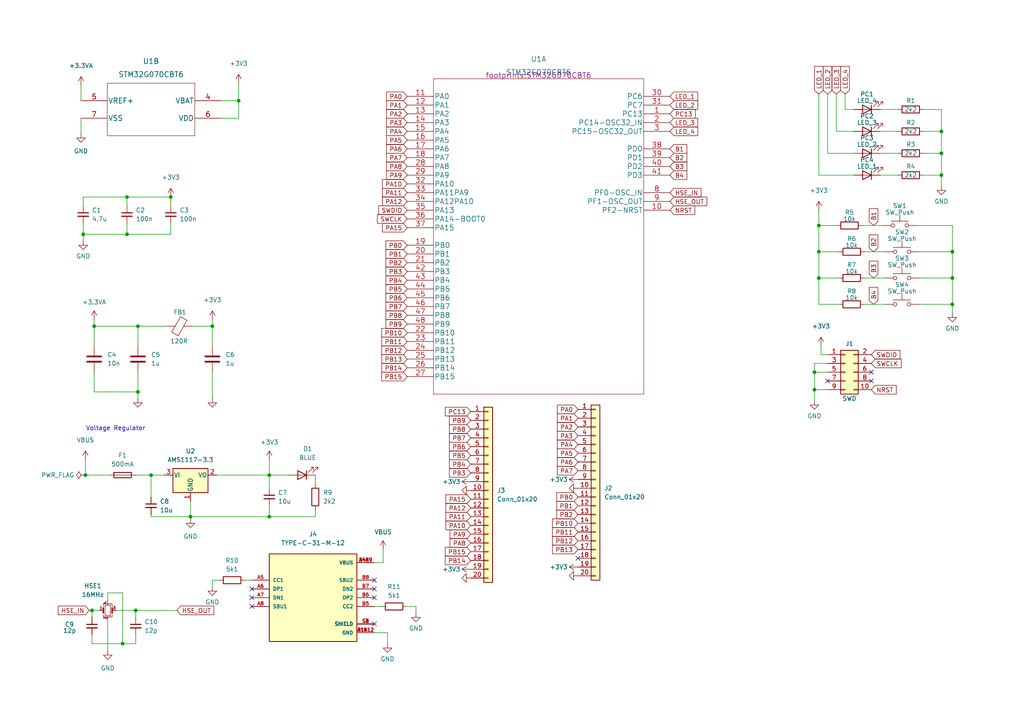
<source format=kicad_sch>
(kicad_sch (version 20211123) (generator eeschema)
  (paper "A4")
  (lib_symbols
    (symbol "2022-08-24_04-41-37:STM32G070CBT6" (pin_names (offset 0.254))
      (property "Reference" "U" (at 38.1 10.16 0))
      (property "Value" "STM32G070CBT6" (at 38.1 7.62 0))
      (symbol "STM32G070CBT6_1_1"
        (polyline (pts (xy 7.62 -86.36) (xy 68.58 -86.36)) (stroke (width 0.127)))
        (polyline (pts (xy 7.62 5.08) (xy 7.62 -86.36)) (stroke (width 0.127)))
        (polyline (pts (xy 68.58 -86.36) (xy 68.58 5.08)) (stroke (width 0.127)))
        (polyline (pts (xy 68.58 5.08) (xy 7.62 5.08)) (stroke (width 0.127)))
        (pin bidirectional line (at 76.2 -5.08 180) (length 7.62) (name "PC13") (number "1"))
        (pin bidirectional line (at 76.2 -33.02 180) (length 7.62) (name "PF2-NRST") (number "10"))
        (pin bidirectional line (at 0 0 0) (length 7.62) (name "PA0") (number "11"))
        (pin bidirectional line (at 0 -2.54 0) (length 7.62) (name "PA1") (number "12"))
        (pin bidirectional line (at 0 -5.08 0) (length 7.62) (name "PA2") (number "13"))
        (pin bidirectional line (at 0 -7.62 0) (length 7.62) (name "PA3") (number "14"))
        (pin bidirectional line (at 0 -10.16 0) (length 7.62) (name "PA4") (number "15"))
        (pin bidirectional line (at 0 -12.7 0) (length 7.62) (name "PA5") (number "16"))
        (pin bidirectional line (at 0 -15.24 0) (length 7.62) (name "PA6") (number "17"))
        (pin bidirectional line (at 0 -17.78 0) (length 7.62) (name "PA7") (number "18"))
        (pin bidirectional line (at 0 -43.18 0) (length 7.62) (name "PB0") (number "19"))
        (pin bidirectional line (at 76.2 -7.62 180) (length 7.62) (name "PC14-OSC32_IN") (number "2"))
        (pin bidirectional line (at 0 -45.72 0) (length 7.62) (name "PB1") (number "20"))
        (pin bidirectional line (at 0 -48.26 0) (length 7.62) (name "PB2") (number "21"))
        (pin bidirectional line (at 0 -68.58 0) (length 7.62) (name "PB10") (number "22"))
        (pin bidirectional line (at 0 -71.12 0) (length 7.62) (name "PB11") (number "23"))
        (pin bidirectional line (at 0 -73.66 0) (length 7.62) (name "PB12") (number "24"))
        (pin bidirectional line (at 0 -76.2 0) (length 7.62) (name "PB13") (number "25"))
        (pin bidirectional line (at 0 -78.74 0) (length 7.62) (name "PB14") (number "26"))
        (pin bidirectional line (at 0 -81.28 0) (length 7.62) (name "PB15") (number "27"))
        (pin bidirectional line (at 0 -20.32 0) (length 7.62) (name "PA8") (number "28"))
        (pin bidirectional line (at 0 -22.86 0) (length 7.62) (name "PA9") (number "29"))
        (pin bidirectional line (at 76.2 -10.16 180) (length 7.62) (name "PC15-OSC32_OUT") (number "3"))
        (pin bidirectional line (at 76.2 0 180) (length 7.62) (name "PC6") (number "30"))
        (pin bidirectional line (at 76.2 -2.54 180) (length 7.62) (name "PC7") (number "31"))
        (pin bidirectional line (at 0 -25.4 0) (length 7.62) (name "PA10") (number "32"))
        (pin bidirectional line (at 0 -27.94 0) (length 7.62) (name "PA11PA9") (number "33"))
        (pin bidirectional line (at 0 -30.48 0) (length 7.62) (name "PA12PA10") (number "34"))
        (pin bidirectional line (at 0 -33.02 0) (length 7.62) (name "PA13") (number "35"))
        (pin bidirectional line (at 0 -35.56 0) (length 7.62) (name "PA14-BOOT0") (number "36"))
        (pin bidirectional line (at 0 -38.1 0) (length 7.62) (name "PA15") (number "37"))
        (pin bidirectional line (at 76.2 -15.24 180) (length 7.62) (name "PD0") (number "38"))
        (pin bidirectional line (at 76.2 -17.78 180) (length 7.62) (name "PD1") (number "39"))
        (pin bidirectional line (at 76.2 -20.32 180) (length 7.62) (name "PD2") (number "40"))
        (pin bidirectional line (at 76.2 -22.86 180) (length 7.62) (name "PD3") (number "41"))
        (pin bidirectional line (at 0 -50.8 0) (length 7.62) (name "PB3") (number "42"))
        (pin bidirectional line (at 0 -53.34 0) (length 7.62) (name "PB4") (number "43"))
        (pin bidirectional line (at 0 -55.88 0) (length 7.62) (name "PB5") (number "44"))
        (pin bidirectional line (at 0 -58.42 0) (length 7.62) (name "PB6") (number "45"))
        (pin bidirectional line (at 0 -60.96 0) (length 7.62) (name "PB7") (number "46"))
        (pin bidirectional line (at 0 -63.5 0) (length 7.62) (name "PB8") (number "47"))
        (pin bidirectional line (at 0 -66.04 0) (length 7.62) (name "PB9") (number "48"))
        (pin bidirectional line (at 76.2 -27.94 180) (length 7.62) (name "PF0-OSC_IN") (number "8"))
        (pin bidirectional line (at 76.2 -30.48 180) (length 7.62) (name "PF1-OSC_OUT") (number "9"))
      )
      (symbol "STM32G070CBT6_2_1"
        (polyline (pts (xy 7.62 -10.16) (xy 33.02 -10.16)) (stroke (width 0.127)))
        (polyline (pts (xy 7.62 5.08) (xy 7.62 -10.16)) (stroke (width 0.127)))
        (polyline (pts (xy 33.02 -10.16) (xy 33.02 5.08)) (stroke (width 0.127)))
        (polyline (pts (xy 33.02 5.08) (xy 7.62 5.08)) (stroke (width 0.127)))
        (pin power_in line (at 40.64 0 180) (length 7.62) (name "VBAT") (number "4"))
        (pin power_in line (at 0 0 0) (length 7.62) (name "VREF+") (number "5"))
        (pin power_in line (at 40.64 -5.08 180) (length 7.62) (name "VDD") (number "6"))
        (pin power_in line (at 0 -5.08 0) (length 7.62) (name "VSS") (number "7"))
      )
    )
    (symbol "Connector_Generic:Conn_01x20" (pin_names (offset 1.016) hide)
      (property "Reference" "J" (at 0 25.4 0))
      (property "Value" "Conn_01x20" (at 0 -27.94 0))
      (symbol "Conn_01x20_1_1"
        (rectangle (start -1.27 -25.273) (end 0 -25.527) (stroke (width 0.1524)))
        (rectangle (start -1.27 -22.733) (end 0 -22.987) (stroke (width 0.1524)))
        (rectangle (start -1.27 -20.193) (end 0 -20.447) (stroke (width 0.1524)))
        (rectangle (start -1.27 -17.653) (end 0 -17.907) (stroke (width 0.1524)))
        (rectangle (start -1.27 -15.113) (end 0 -15.367) (stroke (width 0.1524)))
        (rectangle (start -1.27 -12.573) (end 0 -12.827) (stroke (width 0.1524)))
        (rectangle (start -1.27 -10.033) (end 0 -10.287) (stroke (width 0.1524)))
        (rectangle (start -1.27 -7.493) (end 0 -7.747) (stroke (width 0.1524)))
        (rectangle (start -1.27 -4.953) (end 0 -5.207) (stroke (width 0.1524)))
        (rectangle (start -1.27 -2.413) (end 0 -2.667) (stroke (width 0.1524)))
        (rectangle (start -1.27 0.127) (end 0 -0.127) (stroke (width 0.1524)))
        (rectangle (start -1.27 2.667) (end 0 2.413) (stroke (width 0.1524)))
        (rectangle (start -1.27 5.207) (end 0 4.953) (stroke (width 0.1524)))
        (rectangle (start -1.27 7.747) (end 0 7.493) (stroke (width 0.1524)))
        (rectangle (start -1.27 10.287) (end 0 10.033) (stroke (width 0.1524)))
        (rectangle (start -1.27 12.827) (end 0 12.573) (stroke (width 0.1524)))
        (rectangle (start -1.27 15.367) (end 0 15.113) (stroke (width 0.1524)))
        (rectangle (start -1.27 17.907) (end 0 17.653) (stroke (width 0.1524)))
        (rectangle (start -1.27 20.447) (end 0 20.193) (stroke (width 0.1524)))
        (rectangle (start -1.27 22.987) (end 0 22.733) (stroke (width 0.1524)))
        (rectangle (start -1.27 24.13) (end 1.27 -26.67) (stroke (width 0.254)) (fill (type background)))
        (pin passive line (at -5.08 22.86 0) (length 3.81) (name "Pin_1") (number "1"))
        (pin passive line (at -5.08 0 0) (length 3.81) (name "Pin_10") (number "10"))
        (pin passive line (at -5.08 -2.54 0) (length 3.81) (name "Pin_11") (number "11"))
        (pin passive line (at -5.08 -5.08 0) (length 3.81) (name "Pin_12") (number "12"))
        (pin passive line (at -5.08 -7.62 0) (length 3.81) (name "Pin_13") (number "13"))
        (pin passive line (at -5.08 -10.16 0) (length 3.81) (name "Pin_14") (number "14"))
        (pin passive line (at -5.08 -12.7 0) (length 3.81) (name "Pin_15") (number "15"))
        (pin passive line (at -5.08 -15.24 0) (length 3.81) (name "Pin_16") (number "16"))
        (pin passive line (at -5.08 -17.78 0) (length 3.81) (name "Pin_17") (number "17"))
        (pin passive line (at -5.08 -20.32 0) (length 3.81) (name "Pin_18") (number "18"))
        (pin passive line (at -5.08 -22.86 0) (length 3.81) (name "Pin_19") (number "19"))
        (pin passive line (at -5.08 20.32 0) (length 3.81) (name "Pin_2") (number "2"))
        (pin passive line (at -5.08 -25.4 0) (length 3.81) (name "Pin_20") (number "20"))
        (pin passive line (at -5.08 17.78 0) (length 3.81) (name "Pin_3") (number "3"))
        (pin passive line (at -5.08 15.24 0) (length 3.81) (name "Pin_4") (number "4"))
        (pin passive line (at -5.08 12.7 0) (length 3.81) (name "Pin_5") (number "5"))
        (pin passive line (at -5.08 10.16 0) (length 3.81) (name "Pin_6") (number "6"))
        (pin passive line (at -5.08 7.62 0) (length 3.81) (name "Pin_7") (number "7"))
        (pin passive line (at -5.08 5.08 0) (length 3.81) (name "Pin_8") (number "8"))
        (pin passive line (at -5.08 2.54 0) (length 3.81) (name "Pin_9") (number "9"))
      )
    )
    (symbol "Connector_Generic:Conn_02x05_Odd_Even" (pin_names (offset 1.016) hide)
      (property "Reference" "J" (at 1.27 7.62 0))
      (property "Value" "Conn_02x05_Odd_Even" (at 1.27 -7.62 0))
      (symbol "Conn_02x05_Odd_Even_1_1"
        (rectangle (start -1.27 -4.953) (end 0 -5.207) (stroke (width 0.1524)))
        (rectangle (start -1.27 -2.413) (end 0 -2.667) (stroke (width 0.1524)))
        (rectangle (start -1.27 0.127) (end 0 -0.127) (stroke (width 0.1524)))
        (rectangle (start -1.27 2.667) (end 0 2.413) (stroke (width 0.1524)))
        (rectangle (start -1.27 5.207) (end 0 4.953) (stroke (width 0.1524)))
        (rectangle (start -1.27 6.35) (end 3.81 -6.35) (stroke (width 0.254)) (fill (type background)))
        (rectangle (start 3.81 -4.953) (end 2.54 -5.207) (stroke (width 0.1524)))
        (rectangle (start 3.81 -2.413) (end 2.54 -2.667) (stroke (width 0.1524)))
        (rectangle (start 3.81 0.127) (end 2.54 -0.127) (stroke (width 0.1524)))
        (rectangle (start 3.81 2.667) (end 2.54 2.413) (stroke (width 0.1524)))
        (rectangle (start 3.81 5.207) (end 2.54 4.953) (stroke (width 0.1524)))
        (pin passive line (at -5.08 5.08 0) (length 3.81) (name "Pin_1") (number "1"))
        (pin passive line (at 7.62 -5.08 180) (length 3.81) (name "Pin_10") (number "10"))
        (pin passive line (at 7.62 5.08 180) (length 3.81) (name "Pin_2") (number "2"))
        (pin passive line (at -5.08 2.54 0) (length 3.81) (name "Pin_3") (number "3"))
        (pin passive line (at 7.62 2.54 180) (length 3.81) (name "Pin_4") (number "4"))
        (pin passive line (at -5.08 0 0) (length 3.81) (name "Pin_5") (number "5"))
        (pin passive line (at 7.62 0 180) (length 3.81) (name "Pin_6") (number "6"))
        (pin passive line (at -5.08 -2.54 0) (length 3.81) (name "Pin_7") (number "7"))
        (pin passive line (at 7.62 -2.54 180) (length 3.81) (name "Pin_8") (number "8"))
        (pin passive line (at -5.08 -5.08 0) (length 3.81) (name "Pin_9") (number "9"))
      )
    )
    (symbol "Device:C" (pin_numbers hide) (pin_names (offset 0.254))
      (property "Reference" "C" (at 0.635 2.54 0))
      (property "Value" "C" (at 0.635 -2.54 0))
      (symbol "C_0_1"
        (polyline (pts (xy -2.032 -0.762) (xy 2.032 -0.762)) (stroke (width 0.508)))
        (polyline (pts (xy -2.032 0.762) (xy 2.032 0.762)) (stroke (width 0.508)))
      )
      (symbol "C_1_1"
        (pin passive line (at 0 3.81 270) (length 2.794) (name "~") (number "1"))
        (pin passive line (at 0 -3.81 90) (length 2.794) (name "~") (number "2"))
      )
    )
    (symbol "Device:C_Small" (pin_numbers hide) (pin_names (offset 0.254) hide)
      (property "Reference" "C" (at 0.254 1.778 0))
      (property "Value" "C_Small" (at 0.254 -2.032 0))
      (symbol "C_Small_0_1"
        (polyline (pts (xy -1.524 -0.508) (xy 1.524 -0.508)) (stroke (width 0.3302)))
        (polyline (pts (xy -1.524 0.508) (xy 1.524 0.508)) (stroke (width 0.3048)))
      )
      (symbol "C_Small_1_1"
        (pin passive line (at 0 2.54 270) (length 2.032) (name "~") (number "1"))
        (pin passive line (at 0 -2.54 90) (length 2.032) (name "~") (number "2"))
      )
    )
    (symbol "Device:Crystal_GND24_Small" (pin_names (offset 1.016) hide)
      (property "Reference" "Y" (at 1.27 4.445 0))
      (property "Value" "Crystal_GND24_Small" (at 1.27 2.54 0))
      (symbol "Crystal_GND24_Small_0_1"
        (rectangle (start -0.762 -1.524) (end 0.762 1.524))
        (polyline (pts (xy -1.27 -0.762) (xy -1.27 0.762)) (stroke (width 0.381)))
        (polyline (pts (xy 1.27 -0.762) (xy 1.27 0.762)) (stroke (width 0.381)))
        (polyline (pts (xy -1.27 -1.27) (xy -1.27 -1.905) (xy 1.27 -1.905) (xy 1.27 -1.27)))
        (polyline (pts (xy -1.27 1.27) (xy -1.27 1.905) (xy 1.27 1.905) (xy 1.27 1.27)))
      )
      (symbol "Crystal_GND24_Small_1_1"
        (pin passive line (at -2.54 0 0) (length 1.27) (name "1") (number "1"))
        (pin passive line (at 0 -2.54 90) (length 0.635) (name "2") (number "2"))
        (pin passive line (at 2.54 0 180) (length 1.27) (name "3") (number "3"))
        (pin passive line (at 0 2.54 270) (length 0.635) (name "4") (number "4"))
      )
    )
    (symbol "Device:FerriteBead" (pin_numbers hide) (pin_names (offset 0))
      (property "Reference" "FB" (at -3.81 0.635 90))
      (property "Value" "FerriteBead" (at 3.81 0 90))
      (symbol "FerriteBead_0_1"
        (polyline (pts (xy 0 -1.27) (xy 0 -1.2192)))
        (polyline (pts (xy 0 1.27) (xy 0 1.2954)))
        (polyline (pts (xy -2.7686 0.4064) (xy -1.7018 2.2606) (xy 2.7686 -0.3048) (xy 1.6764 -2.159) (xy -2.7686 0.4064)))
      )
      (symbol "FerriteBead_1_1"
        (pin passive line (at 0 3.81 270) (length 2.54) (name "~") (number "1"))
        (pin passive line (at 0 -3.81 90) (length 2.54) (name "~") (number "2"))
      )
    )
    (symbol "Device:Fuse" (pin_numbers hide) (pin_names (offset 0))
      (property "Reference" "F" (at 2.032 0 90))
      (property "Value" "Fuse" (at -1.905 0 90))
      (symbol "Fuse_0_1"
        (rectangle (start -0.762 -2.54) (end 0.762 2.54) (stroke (width 0.254)))
        (polyline (pts (xy 0 2.54) (xy 0 -2.54)))
      )
      (symbol "Fuse_1_1"
        (pin passive line (at 0 3.81 270) (length 1.27) (name "~") (number "1"))
        (pin passive line (at 0 -3.81 90) (length 1.27) (name "~") (number "2"))
      )
    )
    (symbol "Device:LED" (pin_numbers hide) (pin_names (offset 1.016) hide)
      (property "Reference" "D" (at 0 2.54 0))
      (property "Value" "LED" (at 0 -2.54 0))
      (symbol "LED_0_1"
        (polyline (pts (xy -1.27 -1.27) (xy -1.27 1.27)) (stroke (width 0.254)))
        (polyline (pts (xy -1.27 0) (xy 1.27 0)))
        (polyline (pts (xy 1.27 -1.27) (xy 1.27 1.27) (xy -1.27 0) (xy 1.27 -1.27)) (stroke (width 0.254)))
        (polyline (pts (xy -3.048 -0.762) (xy -4.572 -2.286) (xy -3.81 -2.286) (xy -4.572 -2.286) (xy -4.572 -1.524)))
        (polyline (pts (xy -1.778 -0.762) (xy -3.302 -2.286) (xy -2.54 -2.286) (xy -3.302 -2.286) (xy -3.302 -1.524)))
      )
      (symbol "LED_1_1"
        (pin passive line (at -3.81 0 0) (length 2.54) (name "K") (number "1"))
        (pin passive line (at 3.81 0 180) (length 2.54) (name "A") (number "2"))
      )
    )
    (symbol "Device:R" (pin_numbers hide) (pin_names (offset 0))
      (property "Reference" "R" (at 2.032 0 90))
      (property "Value" "R" (at 0 0 90))
      (symbol "R_0_1"
        (rectangle (start -1.016 -2.54) (end 1.016 2.54) (stroke (width 0.254)))
      )
      (symbol "R_1_1"
        (pin passive line (at 0 3.81 270) (length 1.27) (name "~") (number "1"))
        (pin passive line (at 0 -3.81 90) (length 1.27) (name "~") (number "2"))
      )
    )
    (symbol "Regulator_Linear:AMS1117-3.3" (pin_names (offset 0.254))
      (property "Reference" "U" (at -3.81 3.175 0))
      (property "Value" "AMS1117-3.3" (at 0 3.175 0))
      (symbol "AMS1117-3.3_0_1"
        (rectangle (start -5.08 -5.08) (end 5.08 1.905) (stroke (width 0.254)) (fill (type background)))
      )
      (symbol "AMS1117-3.3_1_1"
        (pin power_in line (at 0 -7.62 90) (length 2.54) (name "GND") (number "1"))
        (pin power_out line (at 7.62 0 180) (length 2.54) (name "VO") (number "2"))
        (pin power_in line (at -7.62 0 0) (length 2.54) (name "VI") (number "3"))
      )
    )
    (symbol "Switch:SW_Push" (pin_numbers hide) (pin_names (offset 1.016) hide)
      (property "Reference" "SW" (at 1.27 2.54 0))
      (property "Value" "SW_Push" (at 0 -1.524 0))
      (symbol "SW_Push_0_1"
        (circle (center -2.032 0) (radius 0.508))
        (polyline (pts (xy 0 1.27) (xy 0 3.048)))
        (polyline (pts (xy 2.54 1.27) (xy -2.54 1.27)))
        (circle (center 2.032 0) (radius 0.508))
        (pin passive line (at -5.08 0 0) (length 2.54) (name "1") (number "1"))
        (pin passive line (at 5.08 0 180) (length 2.54) (name "2") (number "2"))
      )
    )
    (symbol "TYPE-C-31-M-12:TYPE-C-31-M-12" (pin_names (offset 1.016))
      (property "Reference" "J" (at -12.7 13.462 0))
      (property "Value" "TYPE-C-31-M-12" (at -12.7 -13.462 0))
      (symbol "TYPE-C-31-M-12_0_0"
        (rectangle (start -12.7 -12.7) (end 12.7 12.7) (stroke (width 0.254)) (fill (type background)))
        (pin power_in line (at 17.78 -10.16 180) (length 5.08) (name "GND") (number "A1B12"))
        (pin power_in line (at 17.78 10.16 180) (length 5.08) (name "VBUS") (number "A4B9"))
        (pin bidirectional line (at -17.78 5.08 0) (length 5.08) (name "CC1") (number "A5"))
        (pin bidirectional line (at -17.78 2.54 0) (length 5.08) (name "DP1") (number "A6"))
        (pin bidirectional line (at -17.78 0 0) (length 5.08) (name "DN1") (number "A7"))
        (pin bidirectional line (at -17.78 -2.54 0) (length 5.08) (name "SBU1") (number "A8"))
        (pin power_in line (at 17.78 -10.16 180) (length 5.08) (name "GND") (number "B1A12"))
        (pin power_in line (at 17.78 10.16 180) (length 5.08) (name "VBUS") (number "B4A9"))
        (pin bidirectional line (at 17.78 -2.54 180) (length 5.08) (name "CC2") (number "B5"))
        (pin bidirectional line (at 17.78 0 180) (length 5.08) (name "DP2") (number "B6"))
        (pin bidirectional line (at 17.78 2.54 180) (length 5.08) (name "DN2") (number "B7"))
        (pin bidirectional line (at 17.78 5.08 180) (length 5.08) (name "SBU2") (number "B8"))
        (pin passive line (at 17.78 -7.62 180) (length 5.08) (name "SHIELD") (number "S1"))
        (pin passive line (at 17.78 -7.62 180) (length 5.08) (name "SHIELD") (number "S2"))
        (pin passive line (at 17.78 -7.62 180) (length 5.08) (name "SHIELD") (number "S3"))
        (pin passive line (at 17.78 -7.62 180) (length 5.08) (name "SHIELD") (number "S4"))
      )
    )
    (symbol "power:+3.3VA" (power) (pin_names (offset 0))
      (property "Value" "+3.3VA" (at 0 3.556 0))
      (symbol "+3.3VA_0_1"
        (polyline (pts (xy -0.762 1.27) (xy 0 2.54)))
        (polyline (pts (xy 0 0) (xy 0 2.54)))
        (polyline (pts (xy 0 2.54) (xy 0.762 1.27)))
      )
      (symbol "+3.3VA_1_1"
        (pin power_in line (at 0 0 90) (length 0) hide (name "+3.3VA") (number "1"))
      )
    )
    (symbol "power:+3V3" (power) (pin_names (offset 0))
      (property "Value" "+3V3" (at 0 3.556 0))
      (symbol "+3V3_0_1"
        (polyline (pts (xy -0.762 1.27) (xy 0 2.54)))
        (polyline (pts (xy 0 0) (xy 0 2.54)))
        (polyline (pts (xy 0 2.54) (xy 0.762 1.27)))
      )
      (symbol "+3V3_1_1"
        (pin power_in line (at 0 0 90) (length 0) hide (name "+3V3") (number "1"))
      )
    )
    (symbol "power:GND" (power) (pin_names (offset 0))
      (property "Value" "GND" (at 0 -3.81 0))
      (symbol "GND_0_1"
        (polyline (pts (xy 0 0) (xy 0 -1.27) (xy 1.27 -1.27) (xy 0 -2.54) (xy -1.27 -1.27) (xy 0 -1.27)))
      )
      (symbol "GND_1_1"
        (pin power_in line (at 0 0 270) (length 0) hide (name "GND") (number "1"))
      )
    )
    (symbol "power:PWR_FLAG" (power) (pin_numbers hide) (pin_names (offset 0) hide)
      (property "Value" "PWR_FLAG" (at 0 3.81 0))
      (symbol "PWR_FLAG_0_0"
        (pin power_out line (at 0 0 90) (length 0) (name "pwr") (number "1"))
      )
      (symbol "PWR_FLAG_0_1"
        (polyline (pts (xy 0 0) (xy 0 1.27) (xy -1.016 1.905) (xy 0 2.54) (xy 1.016 1.905) (xy 0 1.27)))
      )
    )
    (symbol "power:VBUS" (power) (pin_names (offset 0))
      (property "Value" "VBUS" (at 0 3.81 0))
      (symbol "VBUS_0_1"
        (polyline (pts (xy -0.762 1.27) (xy 0 2.54)))
        (polyline (pts (xy 0 0) (xy 0 2.54)))
        (polyline (pts (xy 0 2.54) (xy 0.762 1.27)))
      )
      (symbol "VBUS_1_1"
        (pin power_in line (at 0 0 90) (length 0) hide (name "VBUS") (number "1"))
      )
    )
  )
  (junction (at 55.245 149.86))
  (junction (at 61.595 94.615))
  (junction (at 273.05 44.45))
  (junction (at 78.105 137.795))
  (junction (at 236.22 107.95))
  (junction (at 276.225 80.645))
  (junction (at 78.105 149.86))
  (junction (at 40.005 113.665))
  (junction (at 35.56 186.69))
  (junction (at 237.49 65.405))
  (junction (at 43.815 137.795))
  (junction (at 27.305 94.615))
  (junction (at 39.37 177.038))
  (junction (at 69.215 29.21))
  (junction (at 24.765 137.795))
  (junction (at 276.225 73.025))
  (junction (at 273.05 38.1))
  (junction (at 40.005 94.615))
  (junction (at 24.13 67.945))
  (junction (at 36.83 67.945))
  (junction (at 236.22 113.03))
  (junction (at 273.05 50.8))
  (junction (at 276.225 88.265))
  (junction (at 237.49 73.025))
  (junction (at 49.53 57.15))
  (junction (at 26.67 177.038))
  (junction (at 237.49 80.645))
  (junction (at 36.83 57.15))
  (no_connect (at 108.585 180.975))
  (no_connect (at 240.03 110.49))
  (no_connect (at 73.025 170.815))
  (no_connect (at 252.73 110.49))
  (no_connect (at 108.585 173.355))
  (no_connect (at 108.585 168.275))
  (no_connect (at 252.73 107.95))
  (no_connect (at 73.025 173.355))
  (no_connect (at 73.025 175.895))
  (no_connect (at 108.585 170.815))
  (no_connect (at 167.64 161.925))
  (wire (pts (xy 36.83 57.15) (xy 36.83 59.69)))
  (wire (pts (xy 78.105 137.795) (xy 78.105 141.605)))
  (wire (pts (xy 255.27 31.75) (xy 260.35 31.75)))
  (wire (pts (xy 236.22 107.95) (xy 236.22 113.03)))
  (wire (pts (xy 266.7 88.265) (xy 276.225 88.265)))
  (wire (pts (xy 43.815 149.225) (xy 43.815 149.86)))
  (wire (pts (xy 31.242 179.578) (xy 31.242 188.722)))
  (wire (pts (xy 237.49 80.645) (xy 237.49 88.265)))
  (wire (pts (xy 108.585 175.895) (xy 110.49 175.895)))
  (wire (pts (xy 26.67 177.038) (xy 26.67 179.07)))
  (wire (pts (xy 78.105 137.795) (xy 83.82 137.795)))
  (wire (pts (xy 26.67 186.69) (xy 35.56 186.69)))
  (wire (pts (xy 36.83 64.77) (xy 36.83 67.945)))
  (wire (pts (xy 267.97 50.8) (xy 273.05 50.8)))
  (wire (pts (xy 255.27 44.45) (xy 260.35 44.45)))
  (wire (pts (xy 61.595 94.615) (xy 61.595 100.33)))
  (wire (pts (xy 111.125 159.385) (xy 111.125 163.195)))
  (wire (pts (xy 243.205 80.645) (xy 237.49 80.645)))
  (wire (pts (xy 40.005 94.615) (xy 40.005 100.33)))
  (wire (pts (xy 27.305 92.71) (xy 27.305 94.615)))
  (wire (pts (xy 250.825 80.645) (xy 256.54 80.645)))
  (wire (pts (xy 78.105 133.35) (xy 78.105 137.795)))
  (wire (pts (xy 27.305 94.615) (xy 27.305 100.33)))
  (wire (pts (xy 55.245 149.86) (xy 55.245 150.495)))
  (wire (pts (xy 24.13 67.945) (xy 36.83 67.945)))
  (wire (pts (xy 276.225 88.265) (xy 276.225 90.805)))
  (wire (pts (xy 43.815 149.86) (xy 55.245 149.86)))
  (wire (pts (xy 25.908 177.038) (xy 26.67 177.038)))
  (wire (pts (xy 237.49 50.8) (xy 247.65 50.8)))
  (wire (pts (xy 40.005 113.665) (xy 27.305 113.665)))
  (wire (pts (xy 55.245 149.86) (xy 78.105 149.86)))
  (wire (pts (xy 49.53 64.77) (xy 49.53 67.945)))
  (wire (pts (xy 36.83 67.945) (xy 49.53 67.945)))
  (wire (pts (xy 236.22 105.41) (xy 236.22 107.95)))
  (wire (pts (xy 240.03 105.41) (xy 236.22 105.41)))
  (wire (pts (xy 120.65 175.895) (xy 120.65 177.8)))
  (wire (pts (xy 62.865 137.795) (xy 78.105 137.795)))
  (wire (pts (xy 240.03 27.305) (xy 240.03 44.45)))
  (wire (pts (xy 236.22 107.95) (xy 240.03 107.95)))
  (wire (pts (xy 240.03 113.03) (xy 236.22 113.03)))
  (wire (pts (xy 24.13 67.945) (xy 24.13 69.85)))
  (wire (pts (xy 266.7 80.645) (xy 276.225 80.645)))
  (wire (pts (xy 31.75 137.795) (xy 24.765 137.795)))
  (wire (pts (xy 237.49 60.96) (xy 237.49 65.405)))
  (wire (pts (xy 63.5 168.275) (xy 61.595 168.275)))
  (wire (pts (xy 273.05 38.1) (xy 273.05 31.75)))
  (wire (pts (xy 250.19 65.405) (xy 255.905 65.405)))
  (wire (pts (xy 24.765 133.35) (xy 24.765 137.795)))
  (wire (pts (xy 39.37 186.69) (xy 35.56 186.69)))
  (wire (pts (xy 245.11 31.75) (xy 247.65 31.75)))
  (wire (pts (xy 36.83 57.15) (xy 49.53 57.15)))
  (wire (pts (xy 240.03 44.45) (xy 247.65 44.45)))
  (wire (pts (xy 55.245 145.415) (xy 55.245 149.86)))
  (wire (pts (xy 255.27 50.8) (xy 260.35 50.8)))
  (wire (pts (xy 276.225 80.645) (xy 276.225 88.265)))
  (wire (pts (xy 238.125 100.33) (xy 238.125 102.87)))
  (wire (pts (xy 242.57 38.1) (xy 247.65 38.1)))
  (wire (pts (xy 276.225 65.405) (xy 276.225 73.025)))
  (wire (pts (xy 39.37 177.038) (xy 51.308 177.038)))
  (wire (pts (xy 237.49 65.405) (xy 242.57 65.405)))
  (wire (pts (xy 39.37 137.795) (xy 43.815 137.795)))
  (wire (pts (xy 69.215 29.21) (xy 64.135 29.21)))
  (wire (pts (xy 23.495 34.29) (xy 23.495 38.735)))
  (wire (pts (xy 61.595 168.275) (xy 61.595 170.18)))
  (wire (pts (xy 245.11 27.305) (xy 245.11 31.75)))
  (wire (pts (xy 31.242 174.498) (xy 31.242 171.958)))
  (wire (pts (xy 40.005 94.615) (xy 48.26 94.615)))
  (wire (pts (xy 273.05 50.8) (xy 273.05 44.45)))
  (wire (pts (xy 112.395 183.515) (xy 112.395 186.69)))
  (wire (pts (xy 49.53 57.15) (xy 49.53 59.69)))
  (wire (pts (xy 237.49 65.405) (xy 237.49 73.025)))
  (wire (pts (xy 61.595 94.615) (xy 55.88 94.615)))
  (wire (pts (xy 24.13 64.77) (xy 24.13 67.945)))
  (wire (pts (xy 118.11 175.895) (xy 120.65 175.895)))
  (wire (pts (xy 35.56 171.958) (xy 35.56 186.69)))
  (wire (pts (xy 78.105 149.86) (xy 91.44 149.86)))
  (wire (pts (xy 43.815 137.795) (xy 47.625 137.795)))
  (wire (pts (xy 61.595 107.95) (xy 61.595 115.57)))
  (wire (pts (xy 250.825 73.025) (xy 256.54 73.025)))
  (wire (pts (xy 91.44 147.955) (xy 91.44 149.86)))
  (wire (pts (xy 33.782 177.038) (xy 39.37 177.038)))
  (wire (pts (xy 69.215 24.13) (xy 69.215 29.21)))
  (wire (pts (xy 24.13 59.69) (xy 24.13 57.15)))
  (wire (pts (xy 39.37 177.038) (xy 39.37 179.07)))
  (wire (pts (xy 64.135 34.29) (xy 69.215 34.29)))
  (wire (pts (xy 111.125 163.195) (xy 108.585 163.195)))
  (wire (pts (xy 266.7 73.025) (xy 276.225 73.025)))
  (wire (pts (xy 273.05 53.975) (xy 273.05 50.8)))
  (wire (pts (xy 26.67 184.15) (xy 26.67 186.69)))
  (wire (pts (xy 31.242 171.958) (xy 35.56 171.958)))
  (wire (pts (xy 39.37 184.15) (xy 39.37 186.69)))
  (wire (pts (xy 237.49 88.265) (xy 243.205 88.265)))
  (wire (pts (xy 108.585 183.515) (xy 112.395 183.515)))
  (wire (pts (xy 40.005 113.665) (xy 40.005 115.57)))
  (wire (pts (xy 91.44 137.795) (xy 91.44 140.335)))
  (wire (pts (xy 27.305 94.615) (xy 40.005 94.615)))
  (wire (pts (xy 61.595 92.71) (xy 61.595 94.615)))
  (wire (pts (xy 236.22 113.03) (xy 236.22 116.205)))
  (wire (pts (xy 238.125 102.87) (xy 240.03 102.87)))
  (wire (pts (xy 26.67 177.038) (xy 28.702 177.038)))
  (wire (pts (xy 267.97 44.45) (xy 273.05 44.45)))
  (wire (pts (xy 78.105 146.685) (xy 78.105 149.86)))
  (wire (pts (xy 255.27 38.1) (xy 260.35 38.1)))
  (wire (pts (xy 242.57 27.305) (xy 242.57 38.1)))
  (wire (pts (xy 273.05 44.45) (xy 273.05 38.1)))
  (wire (pts (xy 276.225 73.025) (xy 276.225 80.645)))
  (wire (pts (xy 266.065 65.405) (xy 276.225 65.405)))
  (wire (pts (xy 71.12 168.275) (xy 73.025 168.275)))
  (wire (pts (xy 267.97 38.1) (xy 273.05 38.1)))
  (wire (pts (xy 40.005 107.95) (xy 40.005 113.665)))
  (wire (pts (xy 237.49 73.025) (xy 243.205 73.025)))
  (wire (pts (xy 237.49 73.025) (xy 237.49 80.645)))
  (wire (pts (xy 27.305 113.665) (xy 27.305 107.95)))
  (wire (pts (xy 250.825 88.265) (xy 256.54 88.265)))
  (wire (pts (xy 24.13 57.15) (xy 36.83 57.15)))
  (wire (pts (xy 43.815 137.795) (xy 43.815 144.145)))
  (wire (pts (xy 23.495 24.765) (xy 23.495 29.21)))
  (wire (pts (xy 69.215 34.29) (xy 69.215 29.21)))
  (wire (pts (xy 273.05 31.75) (xy 267.97 31.75)))
  (wire (pts (xy 237.49 27.305) (xy 237.49 50.8)))
  (text "Voltage Regulator\n" (at 24.892 125.095 0) (effects (font (size 1.27 1.27)) (justify left bottom)))
  (global_label "PB7" (shape input) (at 136.525 127 180) (property "Intersheet References" "${INTERSHEET_REFS}" (effects hide)))
  (global_label "PB12" (shape input) (at 167.64 156.845 180) (property "Intersheet References" "${INTERSHEET_REFS}" (effects hide)))
  (global_label "B3" (shape input) (at 253.365 80.645 90) (property "Intersheet References" "${INTERSHEET_REFS}" (effects hide)))
  (global_label "B1" (shape input) (at 194.31 43.18 0) (property "Intersheet References" "${INTERSHEET_REFS}" (effects hide)))
  (global_label "PB9" (shape input) (at 136.525 121.92 180) (property "Intersheet References" "${INTERSHEET_REFS}" (effects hide)))
  (global_label "B1" (shape input) (at 253.365 65.405 90) (property "Intersheet References" "${INTERSHEET_REFS}" (effects hide)))
  (global_label "PB1" (shape input) (at 167.64 146.685 180) (property "Intersheet References" "${INTERSHEET_REFS}" (effects hide)))
  (global_label "LED_1" (shape input) (at 237.49 27.305 90) (property "Intersheet References" "${INTERSHEET_REFS}" (effects hide)))
  (global_label "B4" (shape input) (at 194.31 50.8 0) (property "Intersheet References" "${INTERSHEET_REFS}" (effects hide)))
  (global_label "LED_3" (shape input) (at 194.31 35.56 0) (property "Intersheet References" "${INTERSHEET_REFS}" (effects hide)))
  (global_label "PB3" (shape input) (at 136.525 137.16 180) (property "Intersheet References" "${INTERSHEET_REFS}" (effects hide)))
  (global_label "PB0" (shape input) (at 167.64 144.145 180) (property "Intersheet References" "${INTERSHEET_REFS}" (effects hide)))
  (global_label "NRST" (shape input) (at 194.31 60.96 0) (property "Intersheet References" "${INTERSHEET_REFS}" (effects hide)))
  (global_label "NRST" (shape input) (at 252.73 113.03 0) (property "Intersheet References" "${INTERSHEET_REFS}" (effects hide)))
  (global_label "PB14" (shape input) (at 118.11 106.68 180) (property "Intersheet References" "${INTERSHEET_REFS}" (effects hide)))
  (global_label "PA10" (shape input) (at 118.11 53.34 180) (property "Intersheet References" "${INTERSHEET_REFS}" (effects hide)))
  (global_label "PA6" (shape input) (at 167.64 133.985 180) (property "Intersheet References" "${INTERSHEET_REFS}" (effects hide)))
  (global_label "PA1" (shape input) (at 167.64 121.285 180) (property "Intersheet References" "${INTERSHEET_REFS}" (effects hide)))
  (global_label "PA8" (shape input) (at 136.525 157.48 180) (property "Intersheet References" "${INTERSHEET_REFS}" (effects hide)))
  (global_label "PB1" (shape input) (at 118.11 73.66 180) (property "Intersheet References" "${INTERSHEET_REFS}" (effects hide)))
  (global_label "PB14" (shape input) (at 136.525 162.56 180) (property "Intersheet References" "${INTERSHEET_REFS}" (effects hide)))
  (global_label "PA9" (shape input) (at 118.11 50.8 180) (property "Intersheet References" "${INTERSHEET_REFS}" (effects hide)))
  (global_label "PB0" (shape input) (at 118.11 71.12 180) (property "Intersheet References" "${INTERSHEET_REFS}" (effects hide)))
  (global_label "LED_2" (shape input) (at 194.31 30.48 0) (property "Intersheet References" "${INTERSHEET_REFS}" (effects hide)))
  (global_label "PA2" (shape input) (at 118.11 33.02 180) (property "Intersheet References" "${INTERSHEET_REFS}" (effects hide)))
  (global_label "HSE_IN" (shape input) (at 25.908 177.038 180) (property "Intersheet References" "${INTERSHEET_REFS}" (effects hide)))
  (global_label "LED_4" (shape input) (at 245.11 27.305 90) (property "Intersheet References" "${INTERSHEET_REFS}" (effects hide)))
  (global_label "PB13" (shape input) (at 167.64 159.385 180) (property "Intersheet References" "${INTERSHEET_REFS}" (effects hide)))
  (global_label "PA4" (shape input) (at 118.11 38.1 180) (property "Intersheet References" "${INTERSHEET_REFS}" (effects hide)))
  (global_label "PA12" (shape input) (at 118.11 58.42 180) (property "Intersheet References" "${INTERSHEET_REFS}" (effects hide)))
  (global_label "PB15" (shape input) (at 118.11 109.22 180) (property "Intersheet References" "${INTERSHEET_REFS}" (effects hide)))
  (global_label "PA15" (shape input) (at 136.525 144.78 180) (property "Intersheet References" "${INTERSHEET_REFS}" (effects hide)))
  (global_label "PA0" (shape input) (at 118.11 27.94 180) (property "Intersheet References" "${INTERSHEET_REFS}" (effects hide)))
  (global_label "LED_1" (shape input) (at 194.31 27.94 0) (property "Intersheet References" "${INTERSHEET_REFS}" (effects hide)))
  (global_label "PB9" (shape input) (at 118.11 93.98 180) (property "Intersheet References" "${INTERSHEET_REFS}" (effects hide)))
  (global_label "HSE_OUT" (shape input) (at 51.308 177.038 0) (property "Intersheet References" "${INTERSHEET_REFS}" (effects hide)))
  (global_label "PB4" (shape input) (at 118.11 81.28 180) (property "Intersheet References" "${INTERSHEET_REFS}" (effects hide)))
  (global_label "B4" (shape input) (at 253.365 88.265 90) (property "Intersheet References" "${INTERSHEET_REFS}" (effects hide)))
  (global_label "PA4" (shape input) (at 167.64 128.905 180) (property "Intersheet References" "${INTERSHEET_REFS}" (effects hide)))
  (global_label "PA3" (shape input) (at 118.11 35.56 180) (property "Intersheet References" "${INTERSHEET_REFS}" (effects hide)))
  (global_label "PA11" (shape input) (at 118.11 55.88 180) (property "Intersheet References" "${INTERSHEET_REFS}" (effects hide)))
  (global_label "B3" (shape input) (at 194.31 48.26 0) (property "Intersheet References" "${INTERSHEET_REFS}" (effects hide)))
  (global_label "PC13" (shape input) (at 194.31 33.02 0) (property "Intersheet References" "${INTERSHEET_REFS}" (effects hide)))
  (global_label "PB11" (shape input) (at 167.64 154.305 180) (property "Intersheet References" "${INTERSHEET_REFS}" (effects hide)))
  (global_label "SWCLK" (shape input) (at 118.11 63.5 180) (property "Intersheet References" "${INTERSHEET_REFS}" (effects hide)))
  (global_label "B2" (shape input) (at 253.365 73.025 90) (property "Intersheet References" "${INTERSHEET_REFS}" (effects hide)))
  (global_label "PB4" (shape input) (at 136.525 134.62 180) (property "Intersheet References" "${INTERSHEET_REFS}" (effects hide)))
  (global_label "PA3" (shape input) (at 167.64 126.365 180) (property "Intersheet References" "${INTERSHEET_REFS}" (effects hide)))
  (global_label "PB2" (shape input) (at 167.64 149.225 180) (property "Intersheet References" "${INTERSHEET_REFS}" (effects hide)))
  (global_label "PA15" (shape input) (at 118.11 66.04 180) (property "Intersheet References" "${INTERSHEET_REFS}" (effects hide)))
  (global_label "PB10" (shape input) (at 118.11 96.52 180) (property "Intersheet References" "${INTERSHEET_REFS}" (effects hide)))
  (global_label "SWDIO" (shape input) (at 118.11 60.96 180) (property "Intersheet References" "${INTERSHEET_REFS}" (effects hide)))
  (global_label "PA12" (shape input) (at 136.525 147.32 180) (property "Intersheet References" "${INTERSHEET_REFS}" (effects hide)))
  (global_label "PB6" (shape input) (at 118.11 86.36 180) (property "Intersheet References" "${INTERSHEET_REFS}" (effects hide)))
  (global_label "PB5" (shape input) (at 136.525 132.08 180) (property "Intersheet References" "${INTERSHEET_REFS}" (effects hide)))
  (global_label "PB12" (shape input) (at 118.11 101.6 180) (property "Intersheet References" "${INTERSHEET_REFS}" (effects hide)))
  (global_label "HSE_OUT" (shape input) (at 194.31 58.42 0) (property "Intersheet References" "${INTERSHEET_REFS}" (effects hide)))
  (global_label "HSE_IN" (shape input) (at 194.31 55.88 0) (property "Intersheet References" "${INTERSHEET_REFS}" (effects hide)))
  (global_label "PA5" (shape input) (at 118.11 40.64 180) (property "Intersheet References" "${INTERSHEET_REFS}" (effects hide)))
  (global_label "PB3" (shape input) (at 118.11 78.74 180) (property "Intersheet References" "${INTERSHEET_REFS}" (effects hide)))
  (global_label "PA6" (shape input) (at 118.11 43.18 180) (property "Intersheet References" "${INTERSHEET_REFS}" (effects hide)))
  (global_label "PB15" (shape input) (at 136.525 160.02 180) (property "Intersheet References" "${INTERSHEET_REFS}" (effects hide)))
  (global_label "PA1" (shape input) (at 118.11 30.48 180) (property "Intersheet References" "${INTERSHEET_REFS}" (effects hide)))
  (global_label "PB13" (shape input) (at 118.11 104.14 180) (property "Intersheet References" "${INTERSHEET_REFS}" (effects hide)))
  (global_label "PC13" (shape input) (at 136.525 119.38 180) (property "Intersheet References" "${INTERSHEET_REFS}" (effects hide)))
  (global_label "PB5" (shape input) (at 118.11 83.82 180) (property "Intersheet References" "${INTERSHEET_REFS}" (effects hide)))
  (global_label "PB11" (shape input) (at 118.11 99.06 180) (property "Intersheet References" "${INTERSHEET_REFS}" (effects hide)))
  (global_label "PA5" (shape input) (at 167.64 131.445 180) (property "Intersheet References" "${INTERSHEET_REFS}" (effects hide)))
  (global_label "PB8" (shape input) (at 136.525 124.46 180) (property "Intersheet References" "${INTERSHEET_REFS}" (effects hide)))
  (global_label "PA0" (shape input) (at 167.64 118.745 180) (property "Intersheet References" "${INTERSHEET_REFS}" (effects hide)))
  (global_label "PA9" (shape input) (at 136.525 154.94 180) (property "Intersheet References" "${INTERSHEET_REFS}" (effects hide)))
  (global_label "PA10" (shape input) (at 136.525 152.4 180) (property "Intersheet References" "${INTERSHEET_REFS}" (effects hide)))
  (global_label "PA7" (shape input) (at 167.64 136.525 180) (property "Intersheet References" "${INTERSHEET_REFS}" (effects hide)))
  (global_label "LED_2" (shape input) (at 240.03 27.305 90) (property "Intersheet References" "${INTERSHEET_REFS}" (effects hide)))
  (global_label "SWDIO" (shape input) (at 252.73 102.87 0) (property "Intersheet References" "${INTERSHEET_REFS}" (effects hide)))
  (global_label "PB8" (shape input) (at 118.11 91.44 180) (property "Intersheet References" "${INTERSHEET_REFS}" (effects hide)))
  (global_label "PB7" (shape input) (at 118.11 88.9 180) (property "Intersheet References" "${INTERSHEET_REFS}" (effects hide)))
  (global_label "PA11" (shape input) (at 136.525 149.86 180) (property "Intersheet References" "${INTERSHEET_REFS}" (effects hide)))
  (global_label "B2" (shape input) (at 194.31 45.72 0) (property "Intersheet References" "${INTERSHEET_REFS}" (effects hide)))
  (global_label "PA7" (shape input) (at 118.11 45.72 180) (property "Intersheet References" "${INTERSHEET_REFS}" (effects hide)))
  (global_label "PA8" (shape input) (at 118.11 48.26 180) (property "Intersheet References" "${INTERSHEET_REFS}" (effects hide)))
  (global_label "PB2" (shape input) (at 118.11 76.2 180) (property "Intersheet References" "${INTERSHEET_REFS}" (effects hide)))
  (global_label "SWCLK" (shape input) (at 252.73 105.41 0) (property "Intersheet References" "${INTERSHEET_REFS}" (effects hide)))
  (global_label "LED_4" (shape input) (at 194.31 38.1 0) (property "Intersheet References" "${INTERSHEET_REFS}" (effects hide)))
  (global_label "LED_3" (shape input) (at 242.57 27.305 90) (property "Intersheet References" "${INTERSHEET_REFS}" (effects hide)))
  (global_label "PA2" (shape input) (at 167.64 123.825 180) (property "Intersheet References" "${INTERSHEET_REFS}" (effects hide)))
  (global_label "PB10" (shape input) (at 167.64 151.765 180) (property "Intersheet References" "${INTERSHEET_REFS}" (effects hide)))
  (global_label "PB6" (shape input) (at 136.525 129.54 180) (property "Intersheet References" "${INTERSHEET_REFS}" (effects hide)))
  (symbol (lib_id "Device:C") (at 27.305 104.14 0) (unit 1)
    (property "Reference" "C4" (at 31.115 102.8699 0) (effects (justify left)))
    (property "Value" "10n" (at 31.115 105.4099 0) (effects (justify left)))
    (property "Footprint" "Capacitor_SMD:C_0402_1005Metric" (effects hide))
  )
  (symbol (lib_id "Device:C_Small") (at 43.815 146.685 0) (unit 1)
    (property "Reference" "C8" (at 46.355 145.4212 0) (effects (justify left)))
    (property "Value" "10u" (at 46.355 147.9612 0) (effects (justify left)))
    (property "Footprint" "Capacitor_SMD:C_0603_1608Metric" (effects hide))
  )
  (symbol (lib_id "Device:Crystal_GND24_Small") (at 31.242 177.038 0) (unit 1)
    (property "Reference" "HSE1" (at 26.924 169.926 0))
    (property "Value" "16MHz" (at 26.924 172.466 0))
    (property "Footprint" "Crystal:Crystal_SMD_3225-4Pin_3.2x2.5mm" (effects hide))
  )
  (symbol (lib_id "power:+3V3") (at 69.215 24.13 0) (unit 1)
    (property "Reference" "#PWR01" (effects hide))
    (property "Value" "+3V3" (at 69.215 18.415 0))
  )
  (symbol (lib_id "Device:R") (at 246.38 65.405 90) (unit 1)
    (property "Reference" "R5" (at 246.38 61.595 90))
    (property "Value" "10k" (at 246.38 63.5 90))
    (property "Footprint" "Resistor_SMD:R_0402_1005Metric" (effects hide))
  )
  (symbol (lib_id "Connector_Generic:Conn_02x05_Odd_Even") (at 245.11 107.95 0) (unit 1)
    (property "Reference" "J1" (at 246.38 99.695 0))
    (property "Value" "SWD" (at 246.38 115.57 0))
    (property "Footprint" "Connector_PinHeader_2.54mm:PinHeader_2x05_P2.54mm_Vertical" (effects hide))
  )
  (symbol (lib_id "power:+3V3") (at 237.49 60.96 0) (unit 1)
    (property "Reference" "#PWR06" (effects hide))
    (property "Value" "+3V3" (at 237.49 55.245 0))
  )
  (symbol (lib_id "power:GND") (at 167.64 141.605 270) (unit 1)
    (property "Reference" "#PWR019" (effects hide))
    (property "Value" "GND" (effects hide))
  )
  (symbol (lib_id "power:GND") (at 112.395 186.69 0) (unit 1)
    (property "Reference" "#PWR029" (effects hide))
    (property "Value" "GND" (at 112.395 191.135 0))
  )
  (symbol (lib_id "power:+3V3") (at 49.53 57.15 0) (unit 1)
    (property "Reference" "#PWR05" (effects hide))
    (property "Value" "+3V3" (at 49.53 51.435 0))
  )
  (symbol (lib_id "power:GND") (at 55.245 150.495 0) (unit 1)
    (property "Reference" "#PWR021" (effects hide))
    (property "Value" "GND" (at 55.245 155.575 0))
  )
  (symbol (lib_id "Device:Fuse") (at 35.56 137.795 90) (unit 1)
    (property "Reference" "F1" (at 35.56 132.08 90))
    (property "Value" "500mA" (at 35.56 134.62 90))
    (property "Footprint" "Fuse:Fuse_0603_1608Metric" (effects hide))
  )
  (symbol (lib_id "power:GND") (at 40.005 115.57 0) (unit 1)
    (property "Reference" "#PWR012" (effects hide))
    (property "Value" "GND" (effects hide))
  )
  (symbol (lib_id "Device:C_Small") (at 49.53 62.23 0) (unit 1)
    (property "Reference" "C3" (at 52.07 60.9662 0) (effects (justify left)))
    (property "Value" "100n" (at 52.07 63.5062 0) (effects (justify left)))
    (property "Footprint" "Capacitor_SMD:C_0402_1005Metric" (effects hide))
  )
  (symbol (lib_id "power:PWR_FLAG") (at 24.765 137.795 90) (unit 1)
    (property "Reference" "#FLG01" (effects hide))
    (property "Value" "PWR_FLAG" (at 21.59 137.7949 90) (effects (justify left)))
  )
  (symbol (lib_id "power:+3V3") (at 136.525 165.1 90) (unit 1)
    (property "Reference" "#PWR024" (effects hide))
    (property "Value" "+3V3" (at 128.27 165.1 90) (effects (justify right)))
  )
  (symbol (lib_id "Device:R") (at 264.16 44.45 90) (unit 1)
    (property "Reference" "R3" (at 264.16 41.91 90))
    (property "Value" "2k2" (at 264.16 44.45 90))
    (property "Footprint" "Resistor_SMD:R_0402_1005Metric" (effects hide))
  )
  (symbol (lib_id "power:+3V3") (at 238.125 100.33 0) (unit 1)
    (property "Reference" "#PWR011" (effects hide))
    (property "Value" "+3V3" (at 238.125 94.615 0))
  )
  (symbol (lib_id "Device:LED") (at 251.46 50.8 180) (unit 1)
    (property "Reference" "PC4" (at 251.46 46.355 0))
    (property "Value" "LED_1" (at 251.46 48.26 0))
    (property "Footprint" "LED_SMD:LED_0603_1608Metric" (effects hide))
  )
  (symbol (lib_id "power:GND") (at 136.525 167.64 270) (unit 1)
    (property "Reference" "#PWR026" (effects hide))
    (property "Value" "GND" (effects hide))
  )
  (symbol (lib_id "power:GND") (at 236.22 116.205 0) (unit 1)
    (property "Reference" "#PWR014" (effects hide))
    (property "Value" "GND" (at 236.22 120.65 0))
  )
  (symbol (lib_id "Device:R") (at 247.015 73.025 90) (unit 1)
    (property "Reference" "R6" (at 247.015 69.215 90))
    (property "Value" "10k" (at 247.015 71.12 90))
    (property "Footprint" "Resistor_SMD:R_0402_1005Metric" (effects hide))
  )
  (symbol (lib_id "TYPE-C-31-M-12:TYPE-C-31-M-12") (at 90.805 173.355 0) (unit 1)
    (property "Reference" "J4" (at 90.805 154.94 0))
    (property "Value" "TYPE-C-31-M-12" (at 90.805 157.48 0))
    (property "Footprint" "TYPE-C-31-M-12:HRO_TYPE-C-31-M-12" (effects hide))
    (property "STANDARD" "Manufacturer Recommendations" (effects hide))
    (property "MAXIMUM_PACKAGE_HEIGHT" "3.31mm" (effects hide))
    (property "MANUFACTURER" "HRO Electronics" (effects hide))
    (property "PARTREV" "A" (effects hide))
  )
  (symbol (lib_id "power:VBUS") (at 24.765 133.35 0) (unit 1)
    (property "Reference" "#PWR015" (effects hide))
    (property "Value" "VBUS" (at 24.765 127.635 0))
  )
  (symbol (lib_id "Device:R") (at 247.015 88.265 90) (unit 1)
    (property "Reference" "R8" (at 247.015 84.455 90))
    (property "Value" "10k" (at 247.015 86.36 90))
    (property "Footprint" "Resistor_SMD:R_0402_1005Metric" (effects hide))
  )
  (symbol (lib_id "power:+3.3VA") (at 23.495 24.765 0) (unit 1)
    (property "Reference" "#PWR02" (effects hide))
    (property "Value" "+3.3VA" (at 23.495 19.05 0))
  )
  (symbol (lib_id "Device:R") (at 67.31 168.275 90) (unit 1)
    (property "Reference" "R10" (at 67.31 162.56 90))
    (property "Value" "5k1" (at 67.31 165.1 90))
    (property "Footprint" "Resistor_SMD:R_0402_1005Metric" (effects hide))
  )
  (symbol (lib_id "Device:LED") (at 251.46 31.75 180) (unit 1)
    (property "Reference" "PC1" (at 251.46 27.305 0))
    (property "Value" "LED_4" (at 251.46 29.21 0))
    (property "Footprint" "LED_SMD:LED_0603_1608Metric" (effects hide))
  )
  (symbol (lib_id "2022-08-24_04-41-37:STM32G070CBT6") (at 118.11 27.94 0) (unit 1)
    (property "Reference" "U1" (at 156.21 17.145 0) (effects (font (size 1.524 1.524))))
    (property "Value" "STM32G070CBT6" (at 156.21 20.955 0) (effects (font (size 1.524 1.524))))
    (property "Footprint" "footprints:STM32G070CBT6" (at 156.21 21.844 0) (effects (font (size 1.524 1.524))))
  )
  (symbol (lib_id "Device:C_Small") (at 26.67 181.61 0) (unit 1)
    (property "Reference" "C9" (at 18.796 181.102 0) (effects (justify left)))
    (property "Value" "12p" (at 18.288 182.88 0) (effects (justify left)))
    (property "Footprint" "Capacitor_SMD:C_0402_1005Metric" (effects hide))
  )
  (symbol (lib_id "Switch:SW_Push") (at 261.62 73.025 0) (unit 1)
    (property "Reference" "SW2" (at 261.62 67.31 0))
    (property "Value" "SW_Push" (at 261.62 69.215 0))
    (property "Footprint" "Button_Switch_THT:SW_PUSH_6mm_H5mm" (effects hide))
  )
  (symbol (lib_id "Device:LED") (at 87.63 137.795 180) (unit 1)
    (property "Reference" "D1" (at 89.2175 130.175 0))
    (property "Value" "BLUE" (at 89.2175 132.715 0))
    (property "Footprint" "LED_SMD:LED_0603_1608Metric" (effects hide))
  )
  (symbol (lib_id "power:GND") (at 167.64 167.005 270) (unit 1)
    (property "Reference" "#PWR025" (effects hide))
    (property "Value" "GND" (effects hide))
  )
  (symbol (lib_id "Device:LED") (at 251.46 38.1 180) (unit 1)
    (property "Reference" "PC2" (at 251.46 33.655 0))
    (property "Value" "LED_3" (at 251.46 35.56 0))
    (property "Footprint" "LED_SMD:LED_0603_1608Metric" (effects hide))
  )
  (symbol (lib_id "Device:LED") (at 251.46 44.45 180) (unit 1)
    (property "Reference" "PC3" (at 251.46 40.005 0))
    (property "Value" "LED_2" (at 251.46 41.91 0))
    (property "Footprint" "LED_SMD:LED_0603_1608Metric" (effects hide))
  )
  (symbol (lib_id "Connector_Generic:Conn_01x20") (at 141.605 142.24 0) (unit 1)
    (property "Reference" "J3" (at 144.145 142.2399 0) (effects (justify left)))
    (property "Value" "Conn_01x20" (at 144.145 144.7799 0) (effects (justify left)))
    (property "Footprint" "Connector_PinHeader_1.27mm:PinHeader_1x20_P1.27mm_Vertical" (effects hide))
  )
  (symbol (lib_id "power:GND") (at 276.225 90.805 0) (unit 1)
    (property "Reference" "#PWR08" (effects hide))
    (property "Value" "GND" (at 276.225 95.25 0))
  )
  (symbol (lib_id "Device:R") (at 264.16 31.75 90) (unit 1)
    (property "Reference" "R1" (at 264.16 29.21 90))
    (property "Value" "2k2" (at 264.16 31.75 90))
    (property "Footprint" "Resistor_SMD:R_0402_1005Metric" (effects hide))
  )
  (symbol (lib_id "Device:R") (at 247.015 80.645 90) (unit 1)
    (property "Reference" "R7" (at 247.015 76.835 90))
    (property "Value" "10k" (at 247.015 78.74 90))
    (property "Footprint" "Resistor_SMD:R_0402_1005Metric" (effects hide))
  )
  (symbol (lib_id "power:GND") (at 273.05 53.975 0) (unit 1)
    (property "Reference" "#PWR04" (effects hide))
    (property "Value" "GND" (at 273.05 58.42 0))
  )
  (symbol (lib_id "Device:C_Small") (at 36.83 62.23 0) (unit 1)
    (property "Reference" "C2" (at 39.37 60.9662 0) (effects (justify left)))
    (property "Value" "100n" (at 39.37 63.5062 0) (effects (justify left)))
    (property "Footprint" "Capacitor_SMD:C_0402_1005Metric" (effects hide))
  )
  (symbol (lib_id "power:GND") (at 24.13 69.85 0) (unit 1)
    (property "Reference" "#PWR07" (effects hide))
    (property "Value" "GND" (at 24.13 74.295 0))
  )
  (symbol (lib_id "power:GND") (at 136.525 142.24 270) (unit 1)
    (property "Reference" "#PWR020" (effects hide))
    (property "Value" "GND" (effects hide))
  )
  (symbol (lib_id "Connector_Generic:Conn_01x20") (at 172.72 141.605 0) (unit 1)
    (property "Reference" "J2" (at 175.26 141.6049 0) (effects (justify left)))
    (property "Value" "Conn_01x20" (at 175.26 144.1449 0) (effects (justify left)))
    (property "Footprint" "Connector_PinHeader_1.27mm:PinHeader_1x20_P1.27mm_Vertical" (effects hide))
  )
  (symbol (lib_id "power:GND") (at 61.595 170.18 0) (unit 1)
    (property "Reference" "#PWR027" (effects hide))
    (property "Value" "GND" (at 61.595 174.625 0))
  )
  (symbol (lib_id "2022-08-24_04-41-37:STM32G070CBT6") (at 23.495 29.21 0) (unit 2)
    (property "Reference" "U1" (at 43.815 17.78 0) (effects (font (size 1.524 1.524))))
    (property "Value" "STM32G070CBT6" (at 43.815 21.59 0) (effects (font (size 1.524 1.524))))
    (property "Footprint" "footprints:STM32G070CBT6" (effects hide))
  )
  (symbol (lib_id "Device:C") (at 61.595 104.14 0) (unit 1)
    (property "Reference" "C6" (at 65.405 102.8699 0) (effects (justify left)))
    (property "Value" "1u" (at 65.405 105.4099 0) (effects (justify left)))
    (property "Footprint" "Capacitor_SMD:C_0402_1005Metric" (effects hide))
  )
  (symbol (lib_id "power:+3V3") (at 167.64 164.465 90) (unit 1)
    (property "Reference" "#PWR023" (effects hide))
    (property "Value" "+3V3" (at 159.385 164.465 90) (effects (justify right)))
  )
  (symbol (lib_id "Device:R") (at 114.3 175.895 90) (unit 1)
    (property "Reference" "R11" (at 114.3 170.18 90))
    (property "Value" "5k1" (at 114.3 172.72 90))
    (property "Footprint" "Resistor_SMD:R_0402_1005Metric" (effects hide))
  )
  (symbol (lib_id "power:+3.3VA") (at 27.305 92.71 0) (unit 1)
    (property "Reference" "#PWR09" (effects hide))
    (property "Value" "+3.3VA" (at 27.305 87.63 0))
  )
  (symbol (lib_id "power:+3V3") (at 167.64 139.065 90) (unit 1)
    (property "Reference" "#PWR017" (effects hide))
    (property "Value" "+3V3" (at 159.385 139.065 90) (effects (justify right)))
  )
  (symbol (lib_id "Switch:SW_Push") (at 260.985 65.405 0) (unit 1)
    (property "Reference" "SW1" (at 260.985 59.69 0))
    (property "Value" "SW_Push" (at 260.985 61.595 0))
    (property "Footprint" "Button_Switch_THT:SW_PUSH_6mm_H5mm" (effects hide))
  )
  (symbol (lib_id "Device:C_Small") (at 78.105 144.145 0) (unit 1)
    (property "Reference" "C7" (at 80.645 142.8812 0) (effects (justify left)))
    (property "Value" "10u" (at 80.645 145.4212 0) (effects (justify left)))
    (property "Footprint" "Capacitor_SMD:C_0603_1608Metric" (effects hide))
  )
  (symbol (lib_id "Device:FerriteBead") (at 52.07 94.615 90) (unit 1)
    (property "Reference" "FB1" (at 52.197 90.551 90))
    (property "Value" "120R" (at 51.943 98.933 90))
    (property "Footprint" "Inductor_SMD:L_0603_1608Metric" (effects hide))
  )
  (symbol (lib_id "Device:C") (at 40.005 104.14 0) (unit 1)
    (property "Reference" "C5" (at 43.815 102.8699 0) (effects (justify left)))
    (property "Value" "1u" (at 43.815 105.4099 0) (effects (justify left)))
    (property "Footprint" "Capacitor_SMD:C_0402_1005Metric" (effects hide))
  )
  (symbol (lib_id "Device:R") (at 91.44 144.145 0) (unit 1)
    (property "Reference" "R9" (at 93.726 142.8749 0) (effects (justify left)))
    (property "Value" "2k2" (at 93.726 145.4149 0) (effects (justify left)))
    (property "Footprint" "Resistor_SMD:R_0402_1005Metric" (effects hide))
  )
  (symbol (lib_id "Device:C_Small") (at 24.13 62.23 0) (unit 1)
    (property "Reference" "C1" (at 26.67 60.9662 0) (effects (justify left)))
    (property "Value" "4.7u" (at 26.67 63.5062 0) (effects (justify left)))
    (property "Footprint" "Capacitor_SMD:C_0603_1608Metric" (effects hide))
  )
  (symbol (lib_id "power:GND") (at 31.242 188.722 0) (unit 1)
    (property "Reference" "#PWR030" (effects hide))
    (property "Value" "GND" (at 31.242 193.802 0))
  )
  (symbol (lib_id "power:GND") (at 61.595 115.57 0) (unit 1)
    (property "Reference" "#PWR013" (effects hide))
    (property "Value" "GND" (effects hide))
  )
  (symbol (lib_id "Device:C_Small") (at 39.37 181.61 0) (unit 1)
    (property "Reference" "C10" (at 41.91 180.3462 0) (effects (justify left)))
    (property "Value" "12p" (at 41.91 182.8862 0) (effects (justify left)))
    (property "Footprint" "Capacitor_SMD:C_0402_1005Metric" (effects hide))
  )
  (symbol (lib_id "Regulator_Linear:AMS1117-3.3") (at 55.245 137.795 0) (unit 1)
    (property "Reference" "U2" (at 55.245 130.81 0))
    (property "Value" "AMS1117-3.3" (at 55.245 133.35 0))
    (property "Footprint" "Package_TO_SOT_SMD:SOT-223-3_TabPin2" (effects hide))
    (property "Datasheet" "http://www.advanced-monolithic.com/pdf/ds1117.pdf" (effects hide))
  )
  (symbol (lib_id "Device:R") (at 264.16 38.1 90) (unit 1)
    (property "Reference" "R2" (at 264.16 35.56 90))
    (property "Value" "2k2" (at 264.16 38.1 90))
    (property "Footprint" "Resistor_SMD:R_0402_1005Metric" (effects hide))
  )
  (symbol (lib_id "Switch:SW_Push") (at 261.62 80.645 0) (unit 1)
    (property "Reference" "SW3" (at 261.62 74.93 0))
    (property "Value" "SW_Push" (at 261.62 76.835 0))
    (property "Footprint" "Button_Switch_THT:SW_PUSH_6mm_H5mm" (effects hide))
  )
  (symbol (lib_id "power:+3V3") (at 61.595 92.71 0) (unit 1)
    (property "Reference" "#PWR010" (effects hide))
    (property "Value" "+3V3" (at 61.595 86.995 0))
  )
  (symbol (lib_id "power:GND") (at 23.495 38.735 0) (unit 1)
    (property "Reference" "#PWR03" (effects hide))
    (property "Value" "GND" (at 23.495 43.815 0))
  )
  (symbol (lib_id "power:VBUS") (at 111.125 159.385 0) (unit 1)
    (property "Reference" "#PWR022" (effects hide))
    (property "Value" "VBUS" (at 111.125 154.305 0))
  )
  (symbol (lib_id "power:+3V3") (at 136.525 139.7 90) (unit 1)
    (property "Reference" "#PWR018" (effects hide))
    (property "Value" "+3V3" (at 128.27 139.7 90) (effects (justify right)))
  )
  (symbol (lib_id "Device:R") (at 264.16 50.8 90) (unit 1)
    (property "Reference" "R4" (at 264.16 48.26 90))
    (property "Value" "2k2" (at 264.16 50.8 90))
    (property "Footprint" "Resistor_SMD:R_0402_1005Metric" (effects hide))
  )
  (symbol (lib_id "power:+3V3") (at 78.105 133.35 0) (unit 1)
    (property "Reference" "#PWR016" (effects hide))
    (property "Value" "+3V3" (at 78.105 128.27 0))
  )
  (symbol (lib_id "Switch:SW_Push") (at 261.62 88.265 0) (unit 1)
    (property "Reference" "SW4" (at 261.62 82.55 0))
    (property "Value" "SW_Push" (at 261.62 84.455 0))
    (property "Footprint" "Button_Switch_THT:SW_PUSH_6mm_H5mm" (effects hide))
  )
  (symbol (lib_id "power:GND") (at 120.65 177.8 0) (unit 1)
    (property "Reference" "#PWR028" (effects hide))
    (property "Value" "GND" (at 120.65 182.245 0))
  )
)
</source>
